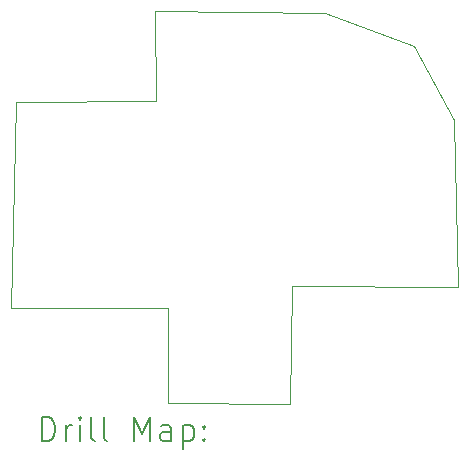
<source format=gbr>
%TF.GenerationSoftware,KiCad,Pcbnew,8.0.6*%
%TF.CreationDate,2025-05-21T19:35:11-04:00*%
%TF.ProjectId,ir_controller,69725f63-6f6e-4747-926f-6c6c65722e6b,rev?*%
%TF.SameCoordinates,Original*%
%TF.FileFunction,Drillmap*%
%TF.FilePolarity,Positive*%
%FSLAX45Y45*%
G04 Gerber Fmt 4.5, Leading zero omitted, Abs format (unit mm)*
G04 Created by KiCad (PCBNEW 8.0.6) date 2025-05-21 19:35:11*
%MOMM*%
%LPD*%
G01*
G04 APERTURE LIST*
%ADD10C,0.050000*%
%ADD11C,0.200000*%
G04 APERTURE END LIST*
D10*
X5641340Y-2890520D02*
X6390640Y-3175000D01*
X6733540Y-3799840D01*
X6764020Y-5214620D01*
X5356860Y-5201920D01*
X5339080Y-6202680D01*
X4312920Y-6197600D01*
X4312920Y-5392420D01*
X2984500Y-5387340D01*
X3025140Y-3649980D01*
X4206240Y-3639820D01*
X4198620Y-2877820D01*
X5641340Y-2890520D01*
D11*
X3242777Y-6516664D02*
X3242777Y-6316664D01*
X3242777Y-6316664D02*
X3290396Y-6316664D01*
X3290396Y-6316664D02*
X3318967Y-6326188D01*
X3318967Y-6326188D02*
X3338015Y-6345235D01*
X3338015Y-6345235D02*
X3347539Y-6364283D01*
X3347539Y-6364283D02*
X3357062Y-6402378D01*
X3357062Y-6402378D02*
X3357062Y-6430949D01*
X3357062Y-6430949D02*
X3347539Y-6469045D01*
X3347539Y-6469045D02*
X3338015Y-6488092D01*
X3338015Y-6488092D02*
X3318967Y-6507140D01*
X3318967Y-6507140D02*
X3290396Y-6516664D01*
X3290396Y-6516664D02*
X3242777Y-6516664D01*
X3442777Y-6516664D02*
X3442777Y-6383330D01*
X3442777Y-6421426D02*
X3452301Y-6402378D01*
X3452301Y-6402378D02*
X3461824Y-6392854D01*
X3461824Y-6392854D02*
X3480872Y-6383330D01*
X3480872Y-6383330D02*
X3499920Y-6383330D01*
X3566586Y-6516664D02*
X3566586Y-6383330D01*
X3566586Y-6316664D02*
X3557062Y-6326188D01*
X3557062Y-6326188D02*
X3566586Y-6335711D01*
X3566586Y-6335711D02*
X3576110Y-6326188D01*
X3576110Y-6326188D02*
X3566586Y-6316664D01*
X3566586Y-6316664D02*
X3566586Y-6335711D01*
X3690396Y-6516664D02*
X3671348Y-6507140D01*
X3671348Y-6507140D02*
X3661824Y-6488092D01*
X3661824Y-6488092D02*
X3661824Y-6316664D01*
X3795158Y-6516664D02*
X3776110Y-6507140D01*
X3776110Y-6507140D02*
X3766586Y-6488092D01*
X3766586Y-6488092D02*
X3766586Y-6316664D01*
X4023729Y-6516664D02*
X4023729Y-6316664D01*
X4023729Y-6316664D02*
X4090396Y-6459521D01*
X4090396Y-6459521D02*
X4157062Y-6316664D01*
X4157062Y-6316664D02*
X4157062Y-6516664D01*
X4338015Y-6516664D02*
X4338015Y-6411902D01*
X4338015Y-6411902D02*
X4328491Y-6392854D01*
X4328491Y-6392854D02*
X4309444Y-6383330D01*
X4309444Y-6383330D02*
X4271348Y-6383330D01*
X4271348Y-6383330D02*
X4252301Y-6392854D01*
X4338015Y-6507140D02*
X4318967Y-6516664D01*
X4318967Y-6516664D02*
X4271348Y-6516664D01*
X4271348Y-6516664D02*
X4252301Y-6507140D01*
X4252301Y-6507140D02*
X4242777Y-6488092D01*
X4242777Y-6488092D02*
X4242777Y-6469045D01*
X4242777Y-6469045D02*
X4252301Y-6449997D01*
X4252301Y-6449997D02*
X4271348Y-6440473D01*
X4271348Y-6440473D02*
X4318967Y-6440473D01*
X4318967Y-6440473D02*
X4338015Y-6430949D01*
X4433253Y-6383330D02*
X4433253Y-6583330D01*
X4433253Y-6392854D02*
X4452301Y-6383330D01*
X4452301Y-6383330D02*
X4490396Y-6383330D01*
X4490396Y-6383330D02*
X4509444Y-6392854D01*
X4509444Y-6392854D02*
X4518967Y-6402378D01*
X4518967Y-6402378D02*
X4528491Y-6421426D01*
X4528491Y-6421426D02*
X4528491Y-6478568D01*
X4528491Y-6478568D02*
X4518967Y-6497616D01*
X4518967Y-6497616D02*
X4509444Y-6507140D01*
X4509444Y-6507140D02*
X4490396Y-6516664D01*
X4490396Y-6516664D02*
X4452301Y-6516664D01*
X4452301Y-6516664D02*
X4433253Y-6507140D01*
X4614205Y-6497616D02*
X4623729Y-6507140D01*
X4623729Y-6507140D02*
X4614205Y-6516664D01*
X4614205Y-6516664D02*
X4604682Y-6507140D01*
X4604682Y-6507140D02*
X4614205Y-6497616D01*
X4614205Y-6497616D02*
X4614205Y-6516664D01*
X4614205Y-6392854D02*
X4623729Y-6402378D01*
X4623729Y-6402378D02*
X4614205Y-6411902D01*
X4614205Y-6411902D02*
X4604682Y-6402378D01*
X4604682Y-6402378D02*
X4614205Y-6392854D01*
X4614205Y-6392854D02*
X4614205Y-6411902D01*
M02*

</source>
